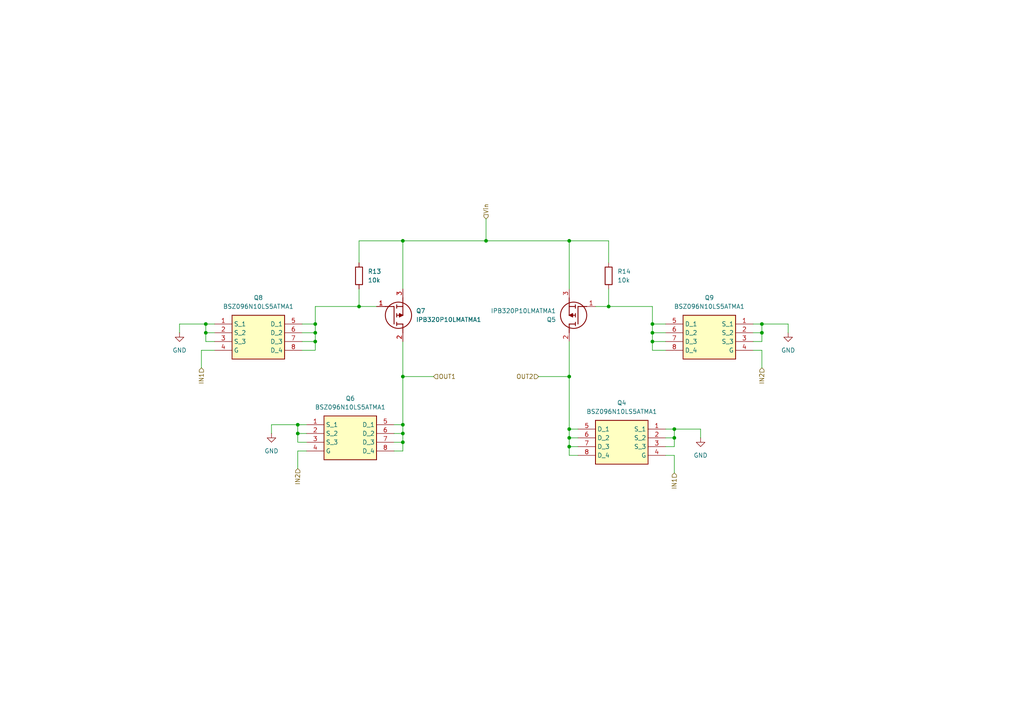
<source format=kicad_sch>
(kicad_sch (version 20231120) (generator "eeschema") (generator_version "8.0")
  (paper "A4")
  (lib_symbols
    (symbol "BSZ096N10LS5ATMA1:BSZ096N10LS5ATMA1"
      (property "Reference" "Q" (at 21.59 7.62 0))
      (property "Value" "BSZ096N10LS5ATMA1" (at 21.59 5.08 0))
      (symbol "BSZ096N10LS5ATMA1_1_1"
        (rectangle (start 5.08 2.54) (end 20.32 -10.16) (stroke (width 0.254)) (fill (type background)))
        (pin passive line (at 0 0 0) (length 5.08) (name "S_1") (number "1"))
        (pin passive line (at 0 -2.54 0) (length 5.08) (name "S_2") (number "2"))
        (pin passive line (at 0 -5.08 0) (length 5.08) (name "S_3") (number "3"))
        (pin passive line (at 0 -7.62 0) (length 5.08) (name "G") (number "4"))
        (pin passive line (at 25.4 0 180) (length 5.08) (name "D_1") (number "5"))
        (pin passive line (at 25.4 -2.54 180) (length 5.08) (name "D_2") (number "6"))
        (pin passive line (at 25.4 -5.08 180) (length 5.08) (name "D_3") (number "7"))
        (pin passive line (at 25.4 -7.62 180) (length 5.08) (name "D_4") (number "8"))
      )
    )
    (symbol "Device:R" (pin_numbers hide) (pin_names (offset 0))
      (property "Reference" "R" (at 2.032 0 90))
      (property "Value" "R" (at 0 0 90))
      (symbol "R_0_1"
        (rectangle (start -1.016 -2.54) (end 1.016 2.54) (stroke (width 0.254)))
      )
      (symbol "R_1_1"
        (pin passive line (at 0 3.81 270) (length 1.27) (name "~") (number "1"))
        (pin passive line (at 0 -3.81 90) (length 1.27) (name "~") (number "2"))
      )
    )
    (symbol "IPB320P10LMATMA1:IPB320P10LMATMA1" (pin_names hide)
      (property "Reference" "Q" (at 11.43 3.81 0))
      (property "Value" "IPB320P10LMATMA1" (at 11.43 1.27 0))
      (symbol "IPB320P10LMATMA1_1_1"
        (polyline (pts (xy 2.54 0) (xy 5.08 0)) (stroke (width 0.254)))
        (polyline (pts (xy 5.08 5.08) (xy 5.08 0)) (stroke (width 0.254)))
        (polyline (pts (xy 5.842 -0.508) (xy 5.842 0.508)) (stroke (width 0.254)))
        (polyline (pts (xy 5.842 0) (xy 7.62 0)) (stroke (width 0.254)))
        (polyline (pts (xy 5.842 2.032) (xy 5.842 3.048)) (stroke (width 0.254)))
        (polyline (pts (xy 5.842 5.588) (xy 5.842 4.572)) (stroke (width 0.254)))
        (polyline (pts (xy 7.62 2.54) (xy 5.842 2.54)) (stroke (width 0.254)))
        (polyline (pts (xy 7.62 2.54) (xy 7.62 -2.54)) (stroke (width 0.254)))
        (polyline (pts (xy 7.62 5.08) (xy 5.842 5.08)) (stroke (width 0.254)))
        (polyline (pts (xy 7.62 5.08) (xy 7.62 7.62)) (stroke (width 0.254)))
        (polyline (pts (xy 7.62 2.54) (xy 6.604 3.048) (xy 6.604 2.032) (xy 7.62 2.54)) (stroke (width 0.254)) (fill (type outline)))
        (circle (center 6.35 2.54) (radius 3.81) (stroke (width 0.254)))
        (pin passive line (at 0 0 0) (length 2.54) (name "G") (number "1"))
        (pin passive line (at 7.62 10.16 270) (length 2.54) (name "D") (number "2"))
        (pin passive line (at 7.62 -5.08 90) (length 2.54) (name "S") (number "3"))
      )
    )
    (symbol "power:GND" (power) (pin_numbers hide) (pin_names (offset 0) hide)
      (property "Value" "GND" (at 0 -3.81 0))
      (symbol "GND_0_1"
        (polyline (pts (xy 0 0) (xy 0 -1.27) (xy 1.27 -1.27) (xy 0 -2.54) (xy -1.27 -1.27) (xy 0 -1.27)))
      )
      (symbol "GND_1_1"
        (pin power_in line (at 0 0 270) (length 0) (name "~") (number "1"))
      )
    )
  )
  (junction (at 220.98 96.52))
  (junction (at 165.1 129.54))
  (junction (at 86.36 125.73))
  (junction (at 140.97 69.85))
  (junction (at 116.84 123.19))
  (junction (at 195.58 124.46))
  (junction (at 195.58 127))
  (junction (at 176.53 88.9))
  (junction (at 189.23 93.98))
  (junction (at 189.23 99.06))
  (junction (at 91.44 99.06))
  (junction (at 165.1 109.22))
  (junction (at 116.84 128.27))
  (junction (at 104.14 88.9))
  (junction (at 91.44 96.52))
  (junction (at 116.84 109.22))
  (junction (at 116.84 125.73))
  (junction (at 59.69 93.98))
  (junction (at 91.44 93.98))
  (junction (at 165.1 127))
  (junction (at 165.1 69.85))
  (junction (at 165.1 124.46))
  (junction (at 86.36 123.19))
  (junction (at 189.23 96.52))
  (junction (at 116.84 69.85))
  (junction (at 220.98 93.98))
  (junction (at 59.69 96.52))
  (wire (pts (xy 58.42 101.6) (xy 58.42 106.68)))
  (wire (pts (xy 165.1 69.85) (xy 176.53 69.85)))
  (wire (pts (xy 203.2 124.46) (xy 203.2 127)))
  (wire (pts (xy 88.9 130.81) (xy 86.36 130.81)))
  (wire (pts (xy 116.84 123.19) (xy 116.84 125.73)))
  (wire (pts (xy 165.1 99.06) (xy 165.1 109.22)))
  (wire (pts (xy 87.63 93.98) (xy 91.44 93.98)))
  (wire (pts (xy 109.22 88.9) (xy 104.14 88.9)))
  (wire (pts (xy 193.04 93.98) (xy 189.23 93.98)))
  (wire (pts (xy 104.14 69.85) (xy 116.84 69.85)))
  (wire (pts (xy 114.3 128.27) (xy 116.84 128.27)))
  (wire (pts (xy 91.44 99.06) (xy 91.44 101.6)))
  (wire (pts (xy 165.1 129.54) (xy 165.1 132.08)))
  (wire (pts (xy 86.36 125.73) (xy 88.9 125.73)))
  (wire (pts (xy 195.58 132.08) (xy 195.58 137.16)))
  (wire (pts (xy 78.74 123.19) (xy 86.36 123.19)))
  (wire (pts (xy 114.3 123.19) (xy 116.84 123.19)))
  (wire (pts (xy 86.36 128.27) (xy 88.9 128.27)))
  (wire (pts (xy 116.84 109.22) (xy 116.84 123.19)))
  (wire (pts (xy 195.58 127) (xy 193.04 127)))
  (wire (pts (xy 165.1 109.22) (xy 165.1 124.46)))
  (wire (pts (xy 176.53 69.85) (xy 176.53 76.2)))
  (wire (pts (xy 140.97 69.85) (xy 165.1 69.85)))
  (wire (pts (xy 220.98 96.52) (xy 218.44 96.52)))
  (wire (pts (xy 59.69 96.52) (xy 59.69 99.06)))
  (wire (pts (xy 195.58 129.54) (xy 193.04 129.54)))
  (wire (pts (xy 193.04 96.52) (xy 189.23 96.52)))
  (wire (pts (xy 59.69 93.98) (xy 59.69 96.52)))
  (wire (pts (xy 104.14 76.2) (xy 104.14 69.85)))
  (wire (pts (xy 114.3 125.73) (xy 116.84 125.73)))
  (wire (pts (xy 52.07 93.98) (xy 59.69 93.98)))
  (wire (pts (xy 91.44 96.52) (xy 91.44 99.06)))
  (wire (pts (xy 91.44 88.9) (xy 91.44 93.98)))
  (wire (pts (xy 189.23 101.6) (xy 193.04 101.6)))
  (wire (pts (xy 62.23 93.98) (xy 59.69 93.98)))
  (wire (pts (xy 218.44 101.6) (xy 220.98 101.6)))
  (wire (pts (xy 87.63 96.52) (xy 91.44 96.52)))
  (wire (pts (xy 195.58 124.46) (xy 203.2 124.46)))
  (wire (pts (xy 91.44 88.9) (xy 104.14 88.9)))
  (wire (pts (xy 189.23 88.9) (xy 176.53 88.9)))
  (wire (pts (xy 189.23 99.06) (xy 189.23 101.6)))
  (wire (pts (xy 116.84 128.27) (xy 116.84 130.81)))
  (wire (pts (xy 116.84 109.22) (xy 125.73 109.22)))
  (wire (pts (xy 228.6 93.98) (xy 220.98 93.98)))
  (wire (pts (xy 165.1 132.08) (xy 167.64 132.08)))
  (wire (pts (xy 78.74 123.19) (xy 78.74 125.73)))
  (wire (pts (xy 189.23 88.9) (xy 189.23 93.98)))
  (wire (pts (xy 140.97 63.5) (xy 140.97 69.85)))
  (wire (pts (xy 156.21 109.22) (xy 165.1 109.22)))
  (wire (pts (xy 116.84 83.82) (xy 116.84 69.85)))
  (wire (pts (xy 176.53 88.9) (xy 172.72 88.9)))
  (wire (pts (xy 176.53 83.82) (xy 176.53 88.9)))
  (wire (pts (xy 91.44 101.6) (xy 87.63 101.6)))
  (wire (pts (xy 218.44 93.98) (xy 220.98 93.98)))
  (wire (pts (xy 193.04 132.08) (xy 195.58 132.08)))
  (wire (pts (xy 104.14 88.9) (xy 104.14 83.82)))
  (wire (pts (xy 52.07 93.98) (xy 52.07 96.52)))
  (wire (pts (xy 86.36 125.73) (xy 86.36 128.27)))
  (wire (pts (xy 189.23 96.52) (xy 189.23 99.06)))
  (wire (pts (xy 220.98 93.98) (xy 220.98 96.52)))
  (wire (pts (xy 62.23 101.6) (xy 58.42 101.6)))
  (wire (pts (xy 165.1 69.85) (xy 165.1 83.82)))
  (wire (pts (xy 88.9 123.19) (xy 86.36 123.19)))
  (wire (pts (xy 195.58 127) (xy 195.58 129.54)))
  (wire (pts (xy 116.84 99.06) (xy 116.84 109.22)))
  (wire (pts (xy 86.36 130.81) (xy 86.36 135.89)))
  (wire (pts (xy 116.84 125.73) (xy 116.84 128.27)))
  (wire (pts (xy 59.69 96.52) (xy 62.23 96.52)))
  (wire (pts (xy 220.98 99.06) (xy 218.44 99.06)))
  (wire (pts (xy 220.98 96.52) (xy 220.98 99.06)))
  (wire (pts (xy 167.64 124.46) (xy 165.1 124.46)))
  (wire (pts (xy 195.58 124.46) (xy 195.58 127)))
  (wire (pts (xy 220.98 101.6) (xy 220.98 106.68)))
  (wire (pts (xy 86.36 125.73) (xy 86.36 123.19)))
  (wire (pts (xy 167.64 129.54) (xy 165.1 129.54)))
  (wire (pts (xy 228.6 93.98) (xy 228.6 96.52)))
  (wire (pts (xy 167.64 127) (xy 165.1 127)))
  (wire (pts (xy 87.63 99.06) (xy 91.44 99.06)))
  (wire (pts (xy 59.69 99.06) (xy 62.23 99.06)))
  (wire (pts (xy 165.1 124.46) (xy 165.1 127)))
  (wire (pts (xy 193.04 124.46) (xy 195.58 124.46)))
  (wire (pts (xy 116.84 69.85) (xy 140.97 69.85)))
  (wire (pts (xy 193.04 99.06) (xy 189.23 99.06)))
  (wire (pts (xy 116.84 130.81) (xy 114.3 130.81)))
  (wire (pts (xy 189.23 93.98) (xy 189.23 96.52)))
  (wire (pts (xy 165.1 127) (xy 165.1 129.54)))
  (wire (pts (xy 91.44 93.98) (xy 91.44 96.52)))
  (hierarchical_label "OUT1" (shape input) (at 125.73 109.22 0))
  (hierarchical_label "IN2" (shape input) (at 86.36 135.89 270))
  (hierarchical_label "IN1" (shape input) (at 58.42 106.68 270))
  (hierarchical_label "IN2" (shape input) (at 220.98 106.68 270))
  (hierarchical_label "OUT2" (shape input) (at 156.21 109.22 180))
  (hierarchical_label "Vin" (shape input) (at 140.97 63.5 90))
  (hierarchical_label "IN1" (shape input) (at 195.58 137.16 270))
  (symbol (lib_id "BSZ096N10LS5ATMA1:BSZ096N10LS5ATMA1") (at 88.9 123.19 0) (unit 1)
    (property "Reference" "Q6" (at 101.6 115.57 0))
    (property "Value" "BSZ096N10LS5ATMA1" (at 101.6 118.11 0))
    (property "Footprint" "BSZ060NE2LS" (effects (hide yes)))
    (property "Datasheet" "https://www.infineon.com/dgdl/Infineon-BSZ096N10LS5-DS-v02_01-EN.pdf?fileId=5546d4625696ed760156e6c1828027cf" (effects (hide yes)))
    (property "Description" "OptiMOSTM5Power-Transistor,100V" (effects (hide yes)))
    (property "Manufacturer_Name" "Infineon" (effects (hide yes)))
    (property "Manufacturer_Part_Number" "BSZ096N10LS5ATMA1" (effects (hide yes)))
    (property "Mouser Part Number" "726-BSZ096N10LS5ATMA" (effects (hide yes)))
    (property "Mouser Price/Stock" "https://www.mouser.co.uk/ProductDetail/Infineon-Technologies/BSZ096N10LS5ATMA1?qs=Qyx3PVvfm65D5XP%2FZXFciQ%3D%3D" (effects (hide yes)))
    (property "Arrow Part Number" "BSZ096N10LS5ATMA1" (effects (hide yes)))
    (property "Arrow Price/Stock" "https://www.arrow.com/en/products/bsz096n10ls5atma1/infineon-technologies-ag" (effects (hide yes)))
  )
  (symbol (lib_id "Device:R") (at 104.14 80.01 0) (unit 1)
    (property "Reference" "R13" (at 106.68 78.7399 0) (effects (justify left)))
    (property "Value" "10k" (at 106.68 81.2799 0) (effects (justify left)))
    (property "Description" "Resistor" (effects (hide yes)))
  )
  (symbol (lib_id "power:GND") (at 78.74 125.73 0) (unit 1)
    (property "Reference" "#PWR045" (effects (hide yes)))
    (property "Value" "GND" (at 78.74 130.81 0))
    (property "Description" "Power symbol creates a global label with name \"GND\" , ground" (effects (hide yes)))
  )
  (symbol (lib_id "power:GND") (at 228.6 96.52 0) (mirror y) (unit 1)
    (property "Reference" "#PWR048" (effects (hide yes)))
    (property "Value" "GND" (at 228.6 101.6 0))
    (property "Description" "Power symbol creates a global label with name \"GND\" , ground" (effects (hide yes)))
  )
  (symbol (lib_id "BSZ096N10LS5ATMA1:BSZ096N10LS5ATMA1") (at 62.23 93.98 0) (unit 1)
    (property "Reference" "Q8" (at 74.93 86.36 0))
    (property "Value" "BSZ096N10LS5ATMA1" (at 74.93 88.9 0))
    (property "Footprint" "BSZ060NE2LS" (effects (hide yes)))
    (property "Datasheet" "https://www.infineon.com/dgdl/Infineon-BSZ096N10LS5-DS-v02_01-EN.pdf?fileId=5546d4625696ed760156e6c1828027cf" (effects (hide yes)))
    (property "Description" "OptiMOSTM5Power-Transistor,100V" (effects (hide yes)))
    (property "Manufacturer_Name" "Infineon" (effects (hide yes)))
    (property "Manufacturer_Part_Number" "BSZ096N10LS5ATMA1" (effects (hide yes)))
    (property "Mouser Part Number" "726-BSZ096N10LS5ATMA" (effects (hide yes)))
    (property "Mouser Price/Stock" "https://www.mouser.co.uk/ProductDetail/Infineon-Technologies/BSZ096N10LS5ATMA1?qs=Qyx3PVvfm65D5XP%2FZXFciQ%3D%3D" (effects (hide yes)))
    (property "Arrow Part Number" "BSZ096N10LS5ATMA1" (effects (hide yes)))
    (property "Arrow Price/Stock" "https://www.arrow.com/en/products/bsz096n10ls5atma1/infineon-technologies-ag" (effects (hide yes)))
  )
  (symbol (lib_id "power:GND") (at 52.07 96.52 0) (unit 1)
    (property "Reference" "#PWR047" (effects (hide yes)))
    (property "Value" "GND" (at 52.07 101.6 0))
    (property "Description" "Power symbol creates a global label with name \"GND\" , ground" (effects (hide yes)))
  )
  (symbol (lib_id "power:GND") (at 203.2 127 0) (unit 1)
    (property "Reference" "#PWR046" (effects (hide yes)))
    (property "Value" "GND" (at 203.2 132.08 0))
    (property "Description" "Power symbol creates a global label with name \"GND\" , ground" (effects (hide yes)))
  )
  (symbol (lib_id "Device:R") (at 176.53 80.01 0) (unit 1)
    (property "Reference" "R14" (at 179.07 78.7399 0) (effects (justify left)))
    (property "Value" "10k" (at 179.07 81.2799 0) (effects (justify left)))
    (property "Description" "Resistor" (effects (hide yes)))
  )
  (symbol (lib_id "BSZ096N10LS5ATMA1:BSZ096N10LS5ATMA1") (at 193.04 124.46 0) (mirror y) (unit 1)
    (property "Reference" "Q4" (at 180.34 116.84 0))
    (property "Value" "BSZ096N10LS5ATMA1" (at 180.34 119.38 0))
    (property "Footprint" "BSZ060NE2LS" (effects (hide yes)))
    (property "Datasheet" "https://www.infineon.com/dgdl/Infineon-BSZ096N10LS5-DS-v02_01-EN.pdf?fileId=5546d4625696ed760156e6c1828027cf" (effects (hide yes)))
    (property "Description" "OptiMOSTM5Power-Transistor,100V" (effects (hide yes)))
    (property "Manufacturer_Name" "Infineon" (effects (hide yes)))
    (property "Manufacturer_Part_Number" "BSZ096N10LS5ATMA1" (effects (hide yes)))
    (property "Mouser Part Number" "726-BSZ096N10LS5ATMA" (effects (hide yes)))
    (property "Mouser Price/Stock" "https://www.mouser.co.uk/ProductDetail/Infineon-Technologies/BSZ096N10LS5ATMA1?qs=Qyx3PVvfm65D5XP%2FZXFciQ%3D%3D" (effects (hide yes)))
    (property "Arrow Part Number" "BSZ096N10LS5ATMA1" (effects (hide yes)))
    (property "Arrow Price/Stock" "https://www.arrow.com/en/products/bsz096n10ls5atma1/infineon-technologies-ag" (effects (hide yes)))
  )
  (symbol (lib_id "BSZ096N10LS5ATMA1:BSZ096N10LS5ATMA1") (at 218.44 93.98 0) (mirror y) (unit 1)
    (property "Reference" "Q9" (at 205.74 86.36 0))
    (property "Value" "BSZ096N10LS5ATMA1" (at 205.74 88.9 0))
    (property "Footprint" "BSZ060NE2LS" (effects (hide yes)))
    (property "Datasheet" "https://www.infineon.com/dgdl/Infineon-BSZ096N10LS5-DS-v02_01-EN.pdf?fileId=5546d4625696ed760156e6c1828027cf" (effects (hide yes)))
    (property "Description" "OptiMOSTM5Power-Transistor,100V" (effects (hide yes)))
    (property "Manufacturer_Name" "Infineon" (effects (hide yes)))
    (property "Manufacturer_Part_Number" "BSZ096N10LS5ATMA1" (effects (hide yes)))
    (property "Mouser Part Number" "726-BSZ096N10LS5ATMA" (effects (hide yes)))
    (property "Mouser Price/Stock" "https://www.mouser.co.uk/ProductDetail/Infineon-Technologies/BSZ096N10LS5ATMA1?qs=Qyx3PVvfm65D5XP%2FZXFciQ%3D%3D" (effects (hide yes)))
    (property "Arrow Part Number" "BSZ096N10LS5ATMA1" (effects (hide yes)))
    (property "Arrow Price/Stock" "https://www.arrow.com/en/products/bsz096n10ls5atma1/infineon-technologies-ag" (effects (hide yes)))
  )
  (symbol (lib_id "IPB320P10LMATMA1:IPB320P10LMATMA1") (at 172.72 88.9 180) (unit 1)
    (property "Reference" "Q5" (at 161.29 92.7101 0) (effects (justify left)))
    (property "Value" "IPB320P10LMATMA1" (at 161.29 90.1701 0) (effects (justify left)))
    (property "Footprint" "IPB320P10LMATMA1" (effects (hide yes)))
    (property "Datasheet" "https://www.infineon.com/dgdl/Infineon-IPB320P10LM-DataSheet-v02_00-EN.pdf?fileId=8ac78c8c7bb971ed017bc9660ea34edc" (effects (hide yes)))
    (property "Description" "P-Channel 100 V 6.5A (Ta), 63A (Tc) 3.8W (Ta), 300W (Tc) Surface Mount PG-TO263-3" (effects (hide yes)))
    (property "Height" "4.82" (effects (hide yes)))
    (property "Manufacturer_Name" "Infineon" (effects (hide yes)))
    (property "Manufacturer_Part_Number" "IPB320P10LMATMA1" (effects (hide yes)))
  )
  (symbol (lib_id "IPB320P10LMATMA1:IPB320P10LMATMA1") (at 109.22 88.9 0) (mirror x) (unit 1)
    (property "Reference" "Q7" (at 120.65 90.1699 0) (effects (justify left)))
    (property "Value" "IPB320P10LMATMA1" (at 120.65 92.7099 0) (effects (justify left)))
    (property "Footprint" "IPB320P10LMATMA1" (effects (hide yes)))
    (property "Datasheet" "https://www.infineon.com/dgdl/Infineon-IPB320P10LM-DataSheet-v02_00-EN.pdf?fileId=8ac78c8c7bb971ed017bc9660ea34edc" (effects (hide yes)))
    (property "Description" "P-Channel 100 V 6.5A (Ta), 63A (Tc) 3.8W (Ta), 300W (Tc) Surface Mount PG-TO263-3" (effects (hide yes)))
    (property "Height" "4.82" (effects (hide yes)))
    (property "Manufacturer_Name" "Infineon" (effects (hide yes)))
    (property "Manufacturer_Part_Number" "IPB320P10LMATMA1" (effects (hide yes)))
  )
)
</source>
